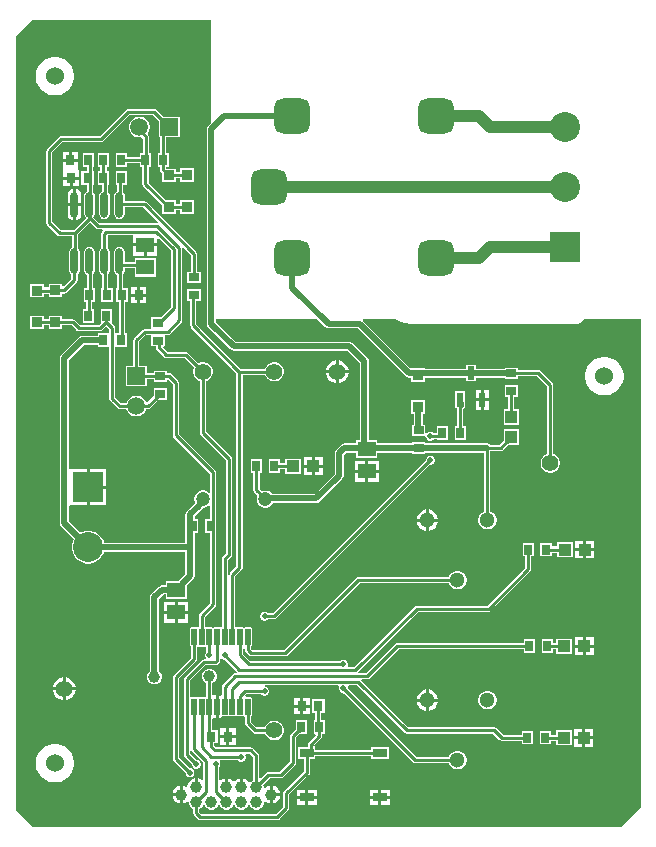
<source format=gtl>
G04*
G04 #@! TF.GenerationSoftware,Altium Limited,Altium Designer,21.6.1 (37)*
G04*
G04 Layer_Physical_Order=1*
G04 Layer_Color=255*
%FSLAX25Y25*%
%MOIN*%
G70*
G04*
G04 #@! TF.SameCoordinates,DB9D7466-3DC1-4D53-AB26-96178D206437*
G04*
G04*
G04 #@! TF.FilePolarity,Positive*
G04*
G01*
G75*
%ADD13C,0.01000*%
%ADD17C,0.02000*%
%ADD44R,0.03543X0.03543*%
%ADD45R,0.03543X0.02756*%
%ADD46R,0.02756X0.03543*%
%ADD47O,0.02362X0.08661*%
G04:AMPARAMS|DCode=48|XSize=17.72mil|YSize=55.12mil|CornerRadius=1.95mil|HoleSize=0mil|Usage=FLASHONLY|Rotation=180.000|XOffset=0mil|YOffset=0mil|HoleType=Round|Shape=RoundedRectangle|*
%AMROUNDEDRECTD48*
21,1,0.01772,0.05122,0,0,180.0*
21,1,0.01382,0.05512,0,0,180.0*
1,1,0.00390,-0.00691,0.02561*
1,1,0.00390,0.00691,0.02561*
1,1,0.00390,0.00691,-0.02561*
1,1,0.00390,-0.00691,-0.02561*
%
%ADD48ROUNDEDRECTD48*%
%ADD49R,0.05906X0.05118*%
%ADD50R,0.03150X0.03543*%
%ADD51C,0.03937*%
%ADD52R,0.04331X0.03937*%
%ADD53R,0.03937X0.04331*%
%ADD54R,0.02362X0.04528*%
%ADD55R,0.04724X0.03000*%
%ADD56C,0.04000*%
%ADD57R,0.05906X0.05906*%
%ADD58C,0.05906*%
%ADD59C,0.05512*%
%ADD60C,0.05118*%
%ADD61C,0.10000*%
%ADD62R,0.10000X0.10000*%
%ADD63C,0.06000*%
G04:AMPARAMS|DCode=64|XSize=118.11mil|YSize=118.11mil|CornerRadius=29.53mil|HoleSize=0mil|Usage=FLASHONLY|Rotation=0.000|XOffset=0mil|YOffset=0mil|HoleType=Round|Shape=RoundedRectangle|*
%AMROUNDEDRECTD64*
21,1,0.11811,0.05906,0,0,0.0*
21,1,0.05906,0.11811,0,0,0.0*
1,1,0.05906,0.02953,-0.02953*
1,1,0.05906,-0.02953,-0.02953*
1,1,0.05906,-0.02953,0.02953*
1,1,0.05906,0.02953,0.02953*
%
%ADD64ROUNDEDRECTD64*%
%ADD65R,0.05906X0.05906*%
%ADD66C,0.01968*%
%ADD67C,0.04724*%
G36*
X186000Y358435D02*
X184919Y357353D01*
X184587Y356857D01*
X184471Y356272D01*
Y291445D01*
X184587Y290860D01*
X184919Y290364D01*
X192364Y282919D01*
X192860Y282587D01*
X193445Y282471D01*
X231307D01*
X235471Y278307D01*
Y252799D01*
X234331D01*
Y251577D01*
X230307D01*
X229722Y251460D01*
X229226Y251129D01*
X227511Y249414D01*
X227180Y248918D01*
X227063Y248333D01*
Y241462D01*
X220411Y234810D01*
X206238D01*
X205757Y235290D01*
X205105Y235667D01*
X204377Y235862D01*
X203623D01*
X202895Y235667D01*
X202819Y235623D01*
X202067Y236375D01*
Y241728D01*
X202925D01*
Y246272D01*
X199169D01*
Y241728D01*
X200028D01*
Y235953D01*
X200105Y235563D01*
X200326Y235232D01*
X201377Y234181D01*
X201333Y234105D01*
X201138Y233377D01*
Y232623D01*
X201333Y231895D01*
X201710Y231243D01*
X202243Y230710D01*
X202895Y230333D01*
X203623Y230138D01*
X204377D01*
X205105Y230333D01*
X205757Y230710D01*
X206290Y231243D01*
X206584Y231751D01*
X221044D01*
X221630Y231867D01*
X222126Y232199D01*
X229674Y239747D01*
X230005Y240243D01*
X230122Y240828D01*
Y247699D01*
X230941Y248518D01*
X234331D01*
Y246681D01*
X241237D01*
Y248518D01*
X252791D01*
Y248169D01*
X257335D01*
Y248518D01*
X276980D01*
Y228894D01*
X276819Y228851D01*
X276122Y228448D01*
X275552Y227878D01*
X275149Y227181D01*
X274941Y226403D01*
Y225597D01*
X275149Y224819D01*
X275552Y224122D01*
X276122Y223552D01*
X276819Y223149D01*
X277597Y222941D01*
X278403D01*
X279181Y223149D01*
X279878Y223552D01*
X280448Y224122D01*
X280851Y224819D01*
X281059Y225597D01*
Y226403D01*
X280851Y227181D01*
X280448Y227878D01*
X279878Y228448D01*
X279181Y228851D01*
X279020Y228894D01*
Y248924D01*
X279081Y248966D01*
X279123Y249028D01*
X282394D01*
X282784Y249105D01*
X283115Y249326D01*
X284777Y250988D01*
X288469D01*
Y256319D01*
X283531D01*
Y252627D01*
X281971Y251067D01*
X279123D01*
X279081Y251129D01*
X278585Y251460D01*
X278000Y251577D01*
X257335D01*
Y251925D01*
X252791D01*
Y251577D01*
X241237D01*
Y252799D01*
X238529D01*
Y278941D01*
X238413Y279526D01*
X238081Y280022D01*
X233022Y285081D01*
X232526Y285413D01*
X231941Y285529D01*
X194078D01*
X187529Y292078D01*
Y293000D01*
X221337D01*
X223974Y290364D01*
X224470Y290032D01*
X225055Y289915D01*
X234772D01*
X250791Y273897D01*
X251287Y273565D01*
X251872Y273449D01*
X252713D01*
Y272033D01*
X257256D01*
Y273443D01*
X270932D01*
Y272209D01*
X274294D01*
Y273443D01*
X283728D01*
Y273075D01*
X288272D01*
Y273933D01*
X294625D01*
X297980Y270578D01*
Y248098D01*
X297743Y248034D01*
X297001Y247605D01*
X296395Y246999D01*
X295966Y246257D01*
X295744Y245429D01*
Y244571D01*
X295966Y243743D01*
X296395Y243001D01*
X297001Y242395D01*
X297743Y241966D01*
X298571Y241744D01*
X299429D01*
X300257Y241966D01*
X300999Y242395D01*
X301605Y243001D01*
X302034Y243743D01*
X302256Y244571D01*
Y245429D01*
X302034Y246257D01*
X301605Y246999D01*
X300999Y247605D01*
X300257Y248034D01*
X300020Y248098D01*
Y271000D01*
X299942Y271390D01*
X299721Y271721D01*
X295768Y275674D01*
X295437Y275895D01*
X295047Y275972D01*
X288272D01*
Y276831D01*
X283728D01*
Y276502D01*
X274294D01*
Y277736D01*
X270932D01*
Y276502D01*
X257256D01*
Y276576D01*
X252713D01*
X252713Y276576D01*
Y276576D01*
X252713Y276576D01*
X252278Y276734D01*
X236513Y292500D01*
X236521Y292612D01*
X236678Y293000D01*
X247220D01*
X248660Y292230D01*
X250543Y291659D01*
X252500Y291466D01*
Y291466D01*
X252584Y291483D01*
X308000D01*
X308963Y291675D01*
X309780Y292220D01*
X310301Y293000D01*
X329235D01*
X329235Y130482D01*
X322518Y123765D01*
X126301D01*
X120765Y129301D01*
X120765Y387219D01*
X126301Y392755D01*
X186000D01*
Y358435D01*
D02*
G37*
%LPC*%
G36*
X134489Y380405D02*
X133227D01*
X131990Y380159D01*
X130824Y379677D01*
X129775Y378976D01*
X128883Y378083D01*
X128182Y377034D01*
X127699Y375868D01*
X127453Y374631D01*
Y373369D01*
X127699Y372132D01*
X128182Y370966D01*
X128883Y369917D01*
X129775Y369024D01*
X130824Y368323D01*
X131990Y367841D01*
X133227Y367595D01*
X134489D01*
X135727Y367841D01*
X136892Y368323D01*
X137942Y369024D01*
X138834Y369917D01*
X139535Y370966D01*
X140018Y372132D01*
X140264Y373369D01*
Y374631D01*
X140018Y375868D01*
X139535Y377034D01*
X138834Y378083D01*
X137942Y378976D01*
X136892Y379677D01*
X135727Y380159D01*
X134489Y380405D01*
D02*
G37*
G36*
X162455Y360453D02*
X161545D01*
X160667Y360217D01*
X159880Y359763D01*
X159237Y359120D01*
X158782Y358333D01*
X158547Y357455D01*
Y356545D01*
X158782Y355667D01*
X159237Y354880D01*
X159880Y354237D01*
X160667Y353783D01*
X161545Y353547D01*
X162455D01*
X162582Y353581D01*
X163064Y353196D01*
Y348272D01*
X162169D01*
Y347020D01*
X157831D01*
Y348272D01*
X154075D01*
Y343728D01*
X157831D01*
Y344980D01*
X162169D01*
Y343728D01*
X163028D01*
Y338045D01*
X163105Y337655D01*
X163326Y337324D01*
X169524Y331127D01*
Y328025D01*
X174067D01*
Y329277D01*
X175554D01*
Y328046D01*
X180098D01*
Y332589D01*
X175554D01*
Y331316D01*
X174067D01*
Y332569D01*
X170966D01*
X165067Y338467D01*
Y343728D01*
X165925D01*
Y348272D01*
X165103D01*
Y353961D01*
X165026Y354352D01*
X164805Y354682D01*
X164685Y354802D01*
X164763Y354880D01*
X165217Y355667D01*
X165453Y356545D01*
Y357455D01*
X165217Y358333D01*
X164763Y359120D01*
X164120Y359763D01*
X163333Y360217D01*
X162455Y360453D01*
D02*
G37*
G36*
X141425Y348772D02*
X139547D01*
Y346500D01*
X141425D01*
Y348772D01*
D02*
G37*
G36*
X138547D02*
X136669D01*
Y346500D01*
X138547D01*
Y348772D01*
D02*
G37*
G36*
X141425Y345500D02*
X139047D01*
X136669D01*
Y343272D01*
X136669Y343228D01*
Y342772D01*
X136669Y342728D01*
Y340500D01*
X139244D01*
X141819D01*
Y342772D01*
X141530D01*
X141425Y343228D01*
X141425Y343272D01*
Y345500D01*
D02*
G37*
G36*
X167000Y363020D02*
X158244D01*
X157854Y362942D01*
X157523Y362721D01*
X148783Y353981D01*
X135820D01*
X135430Y353903D01*
X135099Y353682D01*
X131279Y349863D01*
X131058Y349532D01*
X130980Y349142D01*
Y325121D01*
X131058Y324731D01*
X131279Y324400D01*
X134688Y320992D01*
X135019Y320771D01*
X135409Y320693D01*
X139480D01*
Y316841D01*
X139158Y316625D01*
X138786Y316069D01*
X138656Y315413D01*
Y309114D01*
X138786Y308458D01*
X139158Y307902D01*
X139350Y307774D01*
Y306422D01*
X136787Y303859D01*
X136287Y304066D01*
Y304825D01*
X131744D01*
Y303553D01*
X130256D01*
Y304805D01*
X125713D01*
Y300261D01*
X130256D01*
Y301514D01*
X131744D01*
Y300282D01*
X136287D01*
Y301534D01*
X136923D01*
X137313Y301612D01*
X137644Y301833D01*
X141091Y305279D01*
X141312Y305610D01*
X141389Y306000D01*
Y307774D01*
X141582Y307902D01*
X141953Y308458D01*
X142084Y309114D01*
Y315413D01*
X141953Y316069D01*
X141582Y316625D01*
X141520Y316667D01*
Y321290D01*
X145500Y325271D01*
X147539Y323232D01*
X147870Y323011D01*
X148260Y322933D01*
X149618D01*
X149825Y322433D01*
X149649Y322256D01*
X149428Y321926D01*
X149350Y321536D01*
Y316754D01*
X149158Y316625D01*
X148786Y316069D01*
X148656Y315413D01*
Y309114D01*
X148786Y308458D01*
X149158Y307902D01*
X149480Y307686D01*
Y303272D01*
X149335D01*
Y298728D01*
X153091D01*
Y303272D01*
X151520D01*
Y307861D01*
X151582Y307902D01*
X151953Y308458D01*
X152084Y309114D01*
Y315413D01*
X151953Y316069D01*
X151582Y316625D01*
X151389Y316754D01*
Y321102D01*
X160047D01*
Y318240D01*
X164000D01*
X167953D01*
Y319783D01*
X168415Y319975D01*
X172531Y315858D01*
Y297110D01*
X169057Y293636D01*
X165956D01*
Y289881D01*
X165479Y289825D01*
X163806D01*
X163416Y289748D01*
X163085Y289527D01*
X160279Y286721D01*
X160058Y286390D01*
X159980Y286000D01*
Y277453D01*
X157547D01*
Y270547D01*
X164453D01*
Y272980D01*
X166728D01*
Y272075D01*
X171272D01*
Y272579D01*
X171772Y272786D01*
X173252Y271306D01*
Y254232D01*
X173330Y253842D01*
X173551Y253511D01*
X185595Y241467D01*
Y235353D01*
X185095Y235146D01*
X184903Y235338D01*
X184251Y235714D01*
X183523Y235910D01*
X182769D01*
X182041Y235714D01*
X181388Y235338D01*
X180856Y234805D01*
X180479Y234152D01*
X180284Y233424D01*
Y232670D01*
X180479Y231943D01*
X180559Y231803D01*
X180397Y231559D01*
X180394Y231548D01*
X177807Y228960D01*
X177475Y228464D01*
X177359Y227878D01*
Y218529D01*
X150237D01*
X150078Y219123D01*
X149354Y220377D01*
X148330Y221401D01*
X147076Y222125D01*
X145677Y222500D01*
X144229D01*
X142830Y222125D01*
X142298Y221818D01*
X138529Y225586D01*
Y230815D01*
X138953Y231000D01*
X139029Y231000D01*
X144453D01*
Y237000D01*
Y243000D01*
X139029D01*
X138953Y243000D01*
X138529Y243185D01*
Y279366D01*
X143633Y284471D01*
X148078D01*
Y283728D01*
X151834Y283728D01*
X151980Y283289D01*
Y266500D01*
X152058Y266110D01*
X152279Y265779D01*
X154779Y263279D01*
X155110Y263058D01*
X155500Y262980D01*
X157699D01*
X157782Y262667D01*
X158237Y261880D01*
X158880Y261237D01*
X159667Y260783D01*
X160545Y260547D01*
X161455D01*
X162333Y260783D01*
X163120Y261237D01*
X163763Y261880D01*
X164217Y262667D01*
X164301Y262980D01*
X164953D01*
X165343Y263058D01*
X165674Y263279D01*
X168449Y266055D01*
X168526Y266169D01*
X171272D01*
Y269925D01*
X166728D01*
Y267268D01*
X166716Y267205D01*
X164758Y265247D01*
X164319Y265317D01*
X164188Y265384D01*
X163763Y266120D01*
X163120Y266763D01*
X162333Y267217D01*
X161455Y267453D01*
X160545D01*
X159667Y267217D01*
X158880Y266763D01*
X158237Y266120D01*
X157782Y265333D01*
X157699Y265020D01*
X155922D01*
X154020Y266922D01*
Y283728D01*
X157739D01*
Y288272D01*
X157264D01*
Y298728D01*
X158319D01*
Y303272D01*
X156520D01*
Y307861D01*
X156582Y307902D01*
X156953Y308458D01*
X157084Y309114D01*
Y309980D01*
X160547D01*
Y307201D01*
X167453D01*
Y313319D01*
X160547D01*
Y312020D01*
X157084D01*
Y315413D01*
X156953Y316069D01*
X156582Y316625D01*
X156026Y316997D01*
X155370Y317127D01*
X154714Y316997D01*
X154158Y316625D01*
X153786Y316069D01*
X153656Y315413D01*
Y309114D01*
X153786Y308458D01*
X154158Y307902D01*
X154480Y307686D01*
Y303272D01*
X154169D01*
Y298728D01*
X155225D01*
Y288272D01*
X154020D01*
Y290071D01*
X153942Y290461D01*
X153721Y290792D01*
X153136Y291377D01*
X152831Y291728D01*
X152831D01*
X152831Y291728D01*
Y296272D01*
X149075D01*
Y291728D01*
X149075Y291728D01*
X149075D01*
X148767Y291375D01*
X148483Y291091D01*
X142166D01*
X140612Y292645D01*
X140281Y292866D01*
X139891Y292943D01*
X136287D01*
Y294195D01*
X131744D01*
Y292923D01*
X130256D01*
Y294175D01*
X125713D01*
Y289632D01*
X130256D01*
Y290884D01*
X131744D01*
Y289652D01*
X136287D01*
Y290904D01*
X139469D01*
X141023Y289350D01*
X141353Y289129D01*
X141744Y289051D01*
X148906D01*
X149296Y289129D01*
X149627Y289350D01*
X150953Y290676D01*
X151980Y289649D01*
Y288711D01*
X151834Y288272D01*
X151480Y288272D01*
X148078D01*
Y287529D01*
X143000D01*
X142415Y287413D01*
X141919Y287082D01*
X135919Y281081D01*
X135587Y280585D01*
X135471Y280000D01*
Y224953D01*
X135587Y224367D01*
X135919Y223871D01*
X140135Y219655D01*
X139828Y219123D01*
X139453Y217724D01*
Y216276D01*
X139828Y214877D01*
X140552Y213623D01*
X141576Y212599D01*
X142830Y211875D01*
X144229Y211500D01*
X145677D01*
X147076Y211875D01*
X148330Y212599D01*
X149354Y213623D01*
X150078Y214877D01*
X150237Y215471D01*
X177359D01*
Y207990D01*
X175168Y205799D01*
X170819D01*
Y204267D01*
X169491D01*
X168905Y204150D01*
X168409Y203819D01*
X165919Y201328D01*
X165587Y200832D01*
X165471Y200247D01*
Y175686D01*
X164907Y175123D01*
X164532Y174215D01*
Y173233D01*
X164907Y172326D01*
X165602Y171632D01*
X166509Y171256D01*
X167491D01*
X168398Y171632D01*
X169093Y172326D01*
X169468Y173233D01*
Y174215D01*
X169093Y175123D01*
X168529Y175686D01*
Y199613D01*
X170124Y201208D01*
X170819D01*
Y199681D01*
X177724D01*
Y204030D01*
X179970Y206275D01*
X180301Y206771D01*
X180418Y207357D01*
Y217000D01*
Y221728D01*
X181693D01*
Y226272D01*
X180418D01*
Y227245D01*
X182891Y229718D01*
X183203Y230185D01*
X183523D01*
X184251Y230380D01*
X184903Y230757D01*
X185095Y230948D01*
X185595Y230741D01*
Y226272D01*
X183843D01*
Y221728D01*
X185595D01*
Y198299D01*
X182047Y194751D01*
X181826Y194420D01*
X181748Y194030D01*
Y190452D01*
X181724Y190430D01*
X181286Y190239D01*
X181171Y190282D01*
X180900Y190336D01*
X179518D01*
X179247Y190282D01*
X179017Y190129D01*
X178863Y189899D01*
X178809Y189628D01*
Y184506D01*
X178863Y184235D01*
X179017Y184005D01*
X179189Y183890D01*
Y180084D01*
X173551Y174445D01*
X173330Y174115D01*
X173252Y173724D01*
Y146412D01*
X173330Y146021D01*
X173551Y145691D01*
X177404Y141838D01*
Y141500D01*
X177630Y140954D01*
X178047Y140537D01*
X178593Y140311D01*
X179183D01*
X179729Y140537D01*
X180146Y140954D01*
X180372Y141500D01*
Y142090D01*
X180146Y142636D01*
X179729Y143054D01*
X179183Y143280D01*
X178846D01*
X175291Y146834D01*
Y173302D01*
X180930Y178940D01*
X181151Y179271D01*
X181228Y179661D01*
Y183682D01*
X181253Y183704D01*
X181691Y183895D01*
X181806Y183851D01*
X182077Y183797D01*
X183459D01*
X183730Y183851D01*
X183845Y183895D01*
X184283Y183704D01*
X184307Y183682D01*
Y182017D01*
X184069Y181778D01*
X183843Y181232D01*
Y180642D01*
X184069Y180096D01*
X184083Y180082D01*
X183876Y179582D01*
X183450D01*
X183060Y179504D01*
X182729Y179283D01*
X177097Y173651D01*
X176876Y173320D01*
X176798Y172930D01*
Y147865D01*
X176876Y147475D01*
X177097Y147144D01*
X179516Y144726D01*
Y144388D01*
X179742Y143843D01*
X180159Y143425D01*
X180705Y143199D01*
X181295D01*
X181841Y143425D01*
X182258Y143843D01*
X182484Y144388D01*
Y144979D01*
X182258Y145524D01*
X181841Y145942D01*
X181295Y146168D01*
X180958D01*
X178838Y148288D01*
Y149201D01*
X179338Y149306D01*
X179488Y149081D01*
X183255Y145314D01*
Y139571D01*
X182755Y139414D01*
X182146Y139766D01*
X181500Y139939D01*
Y137000D01*
X180500D01*
Y139939D01*
X179854Y139766D01*
X179177Y139375D01*
X178625Y138823D01*
X178234Y138146D01*
X178032Y137391D01*
Y137332D01*
X177532Y137043D01*
X177146Y137266D01*
X176500Y137439D01*
Y134500D01*
Y131561D01*
X177146Y131734D01*
X177823Y132125D01*
X178032Y132333D01*
X178532Y132126D01*
Y131509D01*
X178907Y130602D01*
X179602Y129907D01*
X179980Y129750D01*
Y128252D01*
X180058Y127862D01*
X180279Y127531D01*
X181531Y126279D01*
X181862Y126058D01*
X182252Y125980D01*
X208000D01*
X208390Y126058D01*
X208721Y126279D01*
X211704Y129262D01*
X211925Y129593D01*
X212003Y129983D01*
Y134561D01*
X218516Y141074D01*
X218737Y141405D01*
X218815Y141795D01*
Y146382D01*
X220657D01*
Y147362D01*
X239342D01*
Y146382D01*
X245067D01*
Y150382D01*
X239342D01*
Y149401D01*
X220657D01*
Y150382D01*
X220471D01*
X220325Y150882D01*
X222674Y153231D01*
X222895Y153562D01*
X222972Y153952D01*
Y154728D01*
X223831D01*
Y159272D01*
X222675D01*
Y161728D01*
X223731D01*
Y166272D01*
X219581D01*
Y161728D01*
X220636D01*
Y159272D01*
X220075D01*
Y154728D01*
X220581D01*
X220787Y154228D01*
X218481Y151922D01*
X218260Y151591D01*
X218182Y151201D01*
Y150382D01*
X214933D01*
Y146382D01*
X216776D01*
Y142218D01*
X210262Y135704D01*
X210041Y135373D01*
X209964Y134983D01*
Y130406D01*
X207578Y128020D01*
X182674D01*
X182020Y128674D01*
Y129750D01*
X182398Y129907D01*
X183093Y130602D01*
X183229Y130932D01*
X183771D01*
X183907Y130602D01*
X184602Y129907D01*
X185509Y129532D01*
X186491D01*
X187398Y129907D01*
X188093Y130602D01*
X188229Y130932D01*
X188771D01*
X188907Y130602D01*
X189602Y129907D01*
X190509Y129532D01*
X191491D01*
X192398Y129907D01*
X193093Y130602D01*
X193229Y130932D01*
X193771D01*
X193907Y130602D01*
X194602Y129907D01*
X195509Y129532D01*
X196491D01*
X197398Y129907D01*
X198093Y130602D01*
X198229Y130932D01*
X198771D01*
X198907Y130602D01*
X199602Y129907D01*
X200509Y129532D01*
X201491D01*
X202398Y129907D01*
X203093Y130602D01*
X203468Y131509D01*
Y132126D01*
X203969Y132333D01*
X204177Y132125D01*
X204854Y131734D01*
X205500Y131561D01*
Y134500D01*
Y137439D01*
X204854Y137266D01*
X204177Y136875D01*
X203969Y136667D01*
X203468Y136874D01*
Y137491D01*
X203312Y137870D01*
X205498Y140056D01*
X209095D01*
X209485Y140134D01*
X209816Y140355D01*
X213846Y144385D01*
X214067Y144716D01*
X214145Y145106D01*
Y153656D01*
X215205Y154716D01*
X215268Y154728D01*
X217925D01*
Y159272D01*
X214169D01*
Y156526D01*
X214055Y156449D01*
X212404Y154799D01*
X212183Y154468D01*
X212106Y154078D01*
Y145528D01*
X208673Y142095D01*
X205048D01*
X204657Y142018D01*
X204327Y141797D01*
X204270Y141712D01*
X202482Y139924D01*
X202020Y140115D01*
Y147389D01*
X201942Y147780D01*
X201721Y148110D01*
X199890Y149941D01*
X199559Y150162D01*
X199169Y150240D01*
X187622D01*
X187040Y150822D01*
Y151579D01*
X188095D01*
Y156122D01*
X186346D01*
Y159852D01*
X186846Y160129D01*
X187195Y160059D01*
X187386D01*
Y163839D01*
Y167618D01*
X187195D01*
X186846Y167549D01*
X186346Y167825D01*
Y171733D01*
X186767Y171907D01*
X187461Y172602D01*
X187837Y173509D01*
Y174491D01*
X187461Y175398D01*
X186767Y176093D01*
X185859Y176469D01*
X184877D01*
X183970Y176093D01*
X183275Y175398D01*
X182900Y174491D01*
Y173509D01*
X183275Y172602D01*
X183970Y171907D01*
X184307Y171768D01*
Y167224D01*
X184283Y167201D01*
X183845Y167010D01*
X183730Y167054D01*
X183459Y167108D01*
X182077D01*
X181806Y167054D01*
X181488Y166934D01*
X181171Y167054D01*
X180900Y167108D01*
X179518D01*
X179338Y167072D01*
X179005Y167248D01*
X178838Y167382D01*
Y172508D01*
X183873Y177543D01*
X187300D01*
X187690Y177620D01*
X188021Y177841D01*
X188607Y178427D01*
X188828Y178758D01*
X188905Y179148D01*
Y179670D01*
X189405Y179877D01*
X189604Y179679D01*
X190150Y179453D01*
X190487D01*
X194420Y175520D01*
X194213Y175020D01*
X194000D01*
X193610Y174942D01*
X193279Y174721D01*
X189814Y171256D01*
X189593Y170925D01*
X189516Y170535D01*
Y167811D01*
X189050Y167530D01*
X189016Y167531D01*
X188577Y167618D01*
X188386D01*
Y163839D01*
Y160059D01*
X188577D01*
X189043Y160152D01*
X189438Y160416D01*
X189566Y160607D01*
X189754Y160569D01*
X191136D01*
X191407Y160623D01*
X191637Y160777D01*
X191812D01*
X192042Y160623D01*
X192313Y160569D01*
X193695D01*
X193966Y160623D01*
X194196Y160777D01*
X194371D01*
X194601Y160623D01*
X194872Y160569D01*
X196254D01*
X196525Y160623D01*
X196610Y160680D01*
X197078Y160476D01*
X197102Y160453D01*
Y158344D01*
X197180Y157954D01*
X197401Y157623D01*
X199865Y155159D01*
X200196Y154938D01*
X200586Y154860D01*
X203914D01*
X203978Y154623D01*
X204406Y153881D01*
X205013Y153275D01*
X205755Y152846D01*
X206583Y152624D01*
X207440D01*
X208268Y152846D01*
X209011Y153275D01*
X209617Y153881D01*
X210046Y154623D01*
X210268Y155451D01*
Y156309D01*
X210046Y157137D01*
X209617Y157879D01*
X209011Y158485D01*
X208268Y158914D01*
X207440Y159136D01*
X206583D01*
X205755Y158914D01*
X205013Y158485D01*
X204406Y157879D01*
X203978Y157137D01*
X203914Y156899D01*
X201009D01*
X199142Y158766D01*
Y160661D01*
X199314Y160777D01*
X199468Y161006D01*
X199522Y161278D01*
Y166400D01*
X199468Y166671D01*
X199314Y166901D01*
X199084Y167054D01*
X198813Y167108D01*
X197473D01*
X197391Y167204D01*
X197237Y167579D01*
X197638Y167980D01*
X202640D01*
X202879Y167742D01*
X203425Y167516D01*
X204015D01*
X204560Y167742D01*
X204978Y168159D01*
X205204Y168705D01*
Y169295D01*
X204978Y169841D01*
X204560Y170258D01*
X204015Y170484D01*
X204024Y170980D01*
X228258D01*
X228592Y170480D01*
X228516Y170295D01*
Y169705D01*
X228742Y169159D01*
X229159Y168742D01*
X229705Y168516D01*
X230042D01*
X253279Y145279D01*
X253610Y145058D01*
X254000Y144980D01*
X265106D01*
X265149Y144819D01*
X265552Y144122D01*
X266122Y143552D01*
X266819Y143149D01*
X267597Y142941D01*
X268403D01*
X269181Y143149D01*
X269878Y143552D01*
X270448Y144122D01*
X270851Y144819D01*
X271059Y145597D01*
Y146403D01*
X270851Y147181D01*
X270448Y147878D01*
X269878Y148448D01*
X269181Y148851D01*
X268403Y149059D01*
X267597D01*
X266819Y148851D01*
X266122Y148448D01*
X265552Y147878D01*
X265149Y147181D01*
X265106Y147020D01*
X254422D01*
X231484Y169958D01*
Y170295D01*
X231407Y170480D01*
X231742Y170980D01*
X234609D01*
X250430Y155159D01*
X250761Y154938D01*
X251151Y154860D01*
X279917D01*
X281998Y152779D01*
X282329Y152558D01*
X282719Y152480D01*
X289488D01*
Y151228D01*
X293244D01*
Y155772D01*
X289488D01*
Y154520D01*
X283141D01*
X281060Y156601D01*
X280729Y156822D01*
X280339Y156899D01*
X251574D01*
X235993Y172480D01*
X236200Y172980D01*
X238000D01*
X238390Y173058D01*
X238721Y173279D01*
X248422Y182980D01*
X290169D01*
Y181728D01*
X293925D01*
Y186272D01*
X290169D01*
Y185020D01*
X248000D01*
X247610Y184942D01*
X247279Y184721D01*
X237578Y175020D01*
X235169D01*
X234962Y175520D01*
X254917Y195475D01*
X278495D01*
X278885Y195553D01*
X279216Y195774D01*
X292368Y208926D01*
X292589Y209257D01*
X292667Y209647D01*
Y213928D01*
X293525D01*
Y218472D01*
X289769D01*
Y213928D01*
X290628D01*
Y210070D01*
X278073Y197515D01*
X254495D01*
X254105Y197437D01*
X253774Y197216D01*
X233578Y177020D01*
X231742D01*
X231407Y177520D01*
X231484Y177705D01*
Y178295D01*
X231258Y178841D01*
X230841Y179258D01*
X230295Y179484D01*
X229705D01*
X229159Y179258D01*
X228921Y179020D01*
X198922D01*
X196583Y181359D01*
Y183142D01*
X196843Y183292D01*
X197102Y183142D01*
Y182705D01*
X197180Y182315D01*
X197401Y181984D01*
X198448Y180937D01*
X198779Y180716D01*
X199169Y180639D01*
X210700D01*
X211090Y180716D01*
X211421Y180937D01*
X235464Y204980D01*
X265106D01*
X265149Y204819D01*
X265552Y204122D01*
X266122Y203552D01*
X266819Y203149D01*
X267597Y202941D01*
X268403D01*
X269181Y203149D01*
X269878Y203552D01*
X270448Y204122D01*
X270851Y204819D01*
X271059Y205597D01*
Y206403D01*
X270851Y207181D01*
X270448Y207878D01*
X269878Y208448D01*
X269181Y208851D01*
X268403Y209059D01*
X267597D01*
X266819Y208851D01*
X266122Y208448D01*
X265552Y207878D01*
X265149Y207181D01*
X265106Y207020D01*
X235041D01*
X234651Y206942D01*
X234320Y206721D01*
X210277Y182678D01*
X199592D01*
X199142Y183128D01*
Y183890D01*
X199314Y184005D01*
X199468Y184235D01*
X199522Y184506D01*
Y189628D01*
X199468Y189899D01*
X199314Y190129D01*
X199084Y190282D01*
X198813Y190336D01*
X197431D01*
X197160Y190282D01*
X196843Y190162D01*
X196525Y190282D01*
X196254Y190336D01*
X194872D01*
X194601Y190282D01*
X194486Y190239D01*
X194048Y190430D01*
X194024Y190452D01*
Y207331D01*
X196103Y209410D01*
X196324Y209741D01*
X196402Y210131D01*
Y274480D01*
X203914D01*
X203978Y274243D01*
X204406Y273501D01*
X205013Y272895D01*
X205755Y272466D01*
X206583Y272244D01*
X207440D01*
X208268Y272466D01*
X209011Y272895D01*
X209617Y273501D01*
X210046Y274243D01*
X210268Y275071D01*
Y275929D01*
X210046Y276757D01*
X209617Y277499D01*
X209011Y278105D01*
X208268Y278534D01*
X207440Y278756D01*
X206583D01*
X205755Y278534D01*
X205013Y278105D01*
X204406Y277499D01*
X203978Y276757D01*
X203914Y276520D01*
X195804D01*
X181020Y291304D01*
Y299169D01*
X182584D01*
Y302925D01*
X178040D01*
Y299169D01*
X178980D01*
Y290882D01*
X179058Y290492D01*
X179279Y290161D01*
X194362Y275078D01*
Y210553D01*
X192283Y208474D01*
X192062Y208143D01*
X191984Y207753D01*
Y190992D01*
X191724Y190842D01*
X191464Y190992D01*
Y212733D01*
X192721Y213990D01*
X192942Y214320D01*
X193020Y214711D01*
Y246305D01*
X192942Y246695D01*
X192721Y247026D01*
X184165Y255581D01*
Y272402D01*
X184403Y272466D01*
X185145Y272895D01*
X185751Y273501D01*
X186180Y274243D01*
X186402Y275071D01*
Y275929D01*
X186180Y276757D01*
X185751Y277499D01*
X185145Y278105D01*
X184403Y278534D01*
X183574Y278756D01*
X182717D01*
X181889Y278534D01*
X181676Y278411D01*
X178367Y281721D01*
X178036Y281942D01*
X177646Y282020D01*
X171412D01*
X169918Y283513D01*
X170109Y283975D01*
X170499D01*
Y287731D01*
X170976Y287786D01*
X171543D01*
X171933Y287864D01*
X172264Y288085D01*
X176005Y291826D01*
X176226Y292156D01*
X176304Y292547D01*
Y316547D01*
X176597Y316726D01*
X176794Y316764D01*
X179292Y314266D01*
Y308831D01*
X178040D01*
Y305075D01*
X182584D01*
Y308831D01*
X181332D01*
Y314688D01*
X181254Y315078D01*
X181033Y315409D01*
X164469Y331973D01*
X164138Y332194D01*
X163748Y332272D01*
X157084D01*
Y334311D01*
X156953Y334967D01*
X156582Y335523D01*
X156520Y335564D01*
Y337728D01*
X157831D01*
Y342272D01*
X154075D01*
Y337728D01*
X154480D01*
Y335739D01*
X154158Y335523D01*
X153786Y334967D01*
X153656Y334311D01*
Y328012D01*
X153786Y327356D01*
X154158Y326800D01*
X154714Y326428D01*
X155370Y326298D01*
X156026Y326428D01*
X156582Y326800D01*
X156953Y327356D01*
X157084Y328012D01*
Y330232D01*
X163326D01*
X168096Y325462D01*
X168057Y325265D01*
X167879Y324972D01*
X148682D01*
X146691Y326963D01*
X146953Y327356D01*
X147084Y328012D01*
Y334311D01*
X146953Y334967D01*
X146582Y335523D01*
X146520Y335564D01*
Y337728D01*
X146831D01*
Y342272D01*
X146520D01*
Y343728D01*
X146831D01*
Y348272D01*
X143075D01*
Y343728D01*
X144480D01*
Y342272D01*
X142681D01*
Y337728D01*
X144480D01*
Y335739D01*
X144158Y335523D01*
X143786Y334967D01*
X143656Y334311D01*
Y328012D01*
X143786Y327356D01*
X144153Y326807D01*
X140078Y322732D01*
X135831D01*
X133020Y325544D01*
Y348719D01*
X136242Y351942D01*
X149206D01*
X149596Y352020D01*
X149926Y352240D01*
X158666Y360980D01*
X166578D01*
X168547Y359011D01*
Y353547D01*
X168970D01*
Y348272D01*
X168075D01*
Y343728D01*
X168933D01*
Y342769D01*
X169011Y342379D01*
X169232Y342048D01*
X169524Y341757D01*
Y338655D01*
X174067D01*
Y339907D01*
X175554D01*
Y338676D01*
X180098D01*
Y343219D01*
X175554D01*
Y341946D01*
X174067D01*
Y343198D01*
X170972D01*
Y343728D01*
X171831D01*
Y348272D01*
X171009D01*
Y353547D01*
X175453D01*
Y360453D01*
X169989D01*
X167721Y362721D01*
X167390Y362942D01*
X167000Y363020D01*
D02*
G37*
G36*
X141819Y339500D02*
X139744D01*
Y337228D01*
X141819D01*
Y339500D01*
D02*
G37*
G36*
X138744D02*
X136669D01*
Y337228D01*
X138744D01*
Y339500D01*
D02*
G37*
G36*
X140870Y336435D02*
Y331661D01*
X142594D01*
Y334311D01*
X142424Y335162D01*
X141942Y335883D01*
X141221Y336366D01*
X140870Y336435D01*
D02*
G37*
G36*
X139870D02*
X139519Y336366D01*
X138797Y335883D01*
X138315Y335162D01*
X138146Y334311D01*
Y331661D01*
X139870D01*
Y336435D01*
D02*
G37*
G36*
X151925Y348272D02*
X148169D01*
Y343728D01*
X149028D01*
Y342272D01*
X148169D01*
Y337728D01*
X149480D01*
Y335739D01*
X149158Y335523D01*
X148786Y334967D01*
X148656Y334311D01*
Y328012D01*
X148786Y327356D01*
X149158Y326800D01*
X149714Y326428D01*
X150370Y326298D01*
X151026Y326428D01*
X151582Y326800D01*
X151953Y327356D01*
X152084Y328012D01*
Y334311D01*
X151953Y334967D01*
X151582Y335523D01*
X151520Y335564D01*
Y337728D01*
X151925D01*
Y342272D01*
X151067D01*
Y343728D01*
X151925D01*
Y348272D01*
D02*
G37*
G36*
X142594Y330661D02*
X140870D01*
Y325887D01*
X141221Y325957D01*
X141942Y326439D01*
X142424Y327161D01*
X142594Y328012D01*
Y330661D01*
D02*
G37*
G36*
X139870D02*
X138146D01*
Y328012D01*
X138315Y327161D01*
X138797Y326439D01*
X139519Y325957D01*
X139870Y325887D01*
Y330661D01*
D02*
G37*
G36*
X167953Y317240D02*
X164500D01*
Y314181D01*
X167953D01*
Y317240D01*
D02*
G37*
G36*
X163500D02*
X160047D01*
Y314181D01*
X163500D01*
Y317240D01*
D02*
G37*
G36*
X164331Y303772D02*
X162256D01*
Y301500D01*
X164331D01*
Y303772D01*
D02*
G37*
G36*
X161256D02*
X159181D01*
Y301500D01*
X161256D01*
Y303772D01*
D02*
G37*
G36*
X164331Y300500D02*
X162256D01*
Y298228D01*
X164331D01*
Y300500D01*
D02*
G37*
G36*
X161256D02*
X159181D01*
Y298228D01*
X161256D01*
Y300500D01*
D02*
G37*
G36*
X145370Y317127D02*
X144714Y316997D01*
X144158Y316625D01*
X143786Y316069D01*
X143656Y315413D01*
Y309114D01*
X143786Y308458D01*
X144158Y307902D01*
X144480Y307686D01*
Y303272D01*
X143429D01*
Y298728D01*
X144288D01*
Y296272D01*
X143169D01*
Y291728D01*
X146925D01*
Y296272D01*
X146327D01*
Y298728D01*
X147185D01*
Y303272D01*
X146520D01*
Y307861D01*
X146582Y307902D01*
X146953Y308458D01*
X147084Y309114D01*
Y315413D01*
X146953Y316069D01*
X146582Y316625D01*
X146026Y316997D01*
X145370Y317127D01*
D02*
G37*
G36*
X228500Y279254D02*
Y276000D01*
X231754D01*
X231500Y276950D01*
X231006Y277806D01*
X230306Y278505D01*
X229450Y279000D01*
X228500Y279254D01*
D02*
G37*
G36*
X227500D02*
X226550Y279000D01*
X225694Y278505D01*
X224994Y277806D01*
X224500Y276950D01*
X224246Y276000D01*
X227500D01*
Y279254D01*
D02*
G37*
G36*
X231754Y275000D02*
X228500D01*
Y271746D01*
X229450Y272000D01*
X230306Y272495D01*
X231006Y273194D01*
X231500Y274050D01*
X231754Y275000D01*
D02*
G37*
G36*
X227500D02*
X224246D01*
X224500Y274050D01*
X224994Y273194D01*
X225694Y272495D01*
X226550Y272000D01*
X227500Y271746D01*
Y275000D01*
D02*
G37*
G36*
X317631Y280405D02*
X316369D01*
X315132Y280159D01*
X313966Y279677D01*
X312917Y278976D01*
X312024Y278083D01*
X311323Y277034D01*
X310841Y275868D01*
X310595Y274631D01*
Y273369D01*
X310841Y272132D01*
X311323Y270966D01*
X312024Y269917D01*
X312917Y269024D01*
X313966Y268323D01*
X315132Y267841D01*
X316369Y267595D01*
X317631D01*
X318868Y267841D01*
X320034Y268323D01*
X321083Y269024D01*
X321975Y269917D01*
X322676Y270966D01*
X323159Y272132D01*
X323406Y273369D01*
Y274631D01*
X323159Y275868D01*
X322676Y277034D01*
X321975Y278083D01*
X321083Y278976D01*
X320034Y279677D01*
X318868Y280159D01*
X317631Y280405D01*
D02*
G37*
G36*
X278534Y269378D02*
X276853D01*
Y266614D01*
X278534D01*
Y269378D01*
D02*
G37*
G36*
X275853D02*
X274172D01*
Y266614D01*
X275853D01*
Y269378D01*
D02*
G37*
G36*
X278534Y265614D02*
X276853D01*
Y262850D01*
X278534D01*
Y265614D01*
D02*
G37*
G36*
X275853D02*
X274172D01*
Y262850D01*
X275853D01*
Y265614D01*
D02*
G37*
G36*
X288272Y270925D02*
X283728D01*
Y267169D01*
X284980D01*
Y263012D01*
X283531D01*
Y257681D01*
X288469D01*
Y263012D01*
X287020D01*
Y267169D01*
X288272D01*
Y270925D01*
D02*
G37*
G36*
X270553Y268878D02*
X267191D01*
Y263350D01*
X267853D01*
Y257272D01*
X267075D01*
Y252728D01*
X270831D01*
Y257272D01*
X269892D01*
Y263107D01*
X269944Y263117D01*
X270274Y263338D01*
X270283Y263350D01*
X270553D01*
Y263961D01*
X270573Y264059D01*
Y265433D01*
X270553Y265532D01*
Y268878D01*
D02*
G37*
G36*
X257256Y265947D02*
X252713D01*
Y261403D01*
X253471D01*
Y257831D01*
X252791D01*
Y254075D01*
X257232Y254075D01*
X257507Y253716D01*
X257535Y253658D01*
X257742Y253159D01*
X258159Y252742D01*
X258705Y252516D01*
X259295D01*
X259841Y252742D01*
X260080Y252980D01*
X261169D01*
Y252728D01*
X264925D01*
Y257272D01*
X261169D01*
Y255020D01*
X260080D01*
X259841Y255258D01*
X259295Y255484D01*
X258705D01*
X258159Y255258D01*
X257835Y254934D01*
X257399Y255048D01*
X257335Y255087D01*
Y257831D01*
X256529D01*
Y261403D01*
X257256D01*
Y265947D01*
D02*
G37*
G36*
X215972Y246468D02*
X210642D01*
Y245020D01*
X208831D01*
Y246272D01*
X205075D01*
Y241728D01*
X208831D01*
Y242980D01*
X210642D01*
Y241531D01*
X215972D01*
Y246468D01*
D02*
G37*
G36*
X223165Y246969D02*
X220500D01*
Y244500D01*
X223165D01*
Y246969D01*
D02*
G37*
G36*
X219500D02*
X216835D01*
Y244500D01*
X219500D01*
Y246969D01*
D02*
G37*
G36*
X241737Y245819D02*
X238284D01*
Y242760D01*
X241737D01*
Y245819D01*
D02*
G37*
G36*
X237284D02*
X233832D01*
Y242760D01*
X237284D01*
Y245819D01*
D02*
G37*
G36*
X223165Y243500D02*
X220500D01*
Y241032D01*
X223165D01*
Y243500D01*
D02*
G37*
G36*
X219500D02*
X216835D01*
Y241032D01*
X219500D01*
Y243500D01*
D02*
G37*
G36*
X241737Y241760D02*
X238284D01*
Y238701D01*
X241737D01*
Y241760D01*
D02*
G37*
G36*
X237284D02*
X233832D01*
Y238701D01*
X237284D01*
Y241760D01*
D02*
G37*
G36*
X145453Y243000D02*
Y237500D01*
X150953D01*
Y243000D01*
X145453D01*
D02*
G37*
G36*
X150953Y236500D02*
X145453D01*
Y231000D01*
X150953D01*
Y236500D01*
D02*
G37*
G36*
X258500Y229551D02*
Y226500D01*
X261551D01*
X261316Y227374D01*
X260848Y228185D01*
X260185Y228848D01*
X259374Y229316D01*
X258500Y229551D01*
D02*
G37*
G36*
X257500D02*
X256626Y229316D01*
X255815Y228848D01*
X255152Y228185D01*
X254683Y227374D01*
X254449Y226500D01*
X257500D01*
Y229551D01*
D02*
G37*
G36*
X261551Y225500D02*
X258500D01*
Y222449D01*
X259374Y222684D01*
X260185Y223152D01*
X260848Y223815D01*
X261316Y224626D01*
X261551Y225500D01*
D02*
G37*
G36*
X257500D02*
X254449D01*
X254683Y224626D01*
X255152Y223815D01*
X255815Y223152D01*
X256626Y222684D01*
X257500Y222449D01*
Y225500D01*
D02*
G37*
G36*
X306419Y218669D02*
X301088D01*
Y217220D01*
X299431D01*
Y218472D01*
X295675D01*
Y213928D01*
X299431D01*
Y215180D01*
X301088D01*
Y213732D01*
X306419D01*
Y218669D01*
D02*
G37*
G36*
X313612Y219168D02*
X310946D01*
Y216700D01*
X313612D01*
Y219168D01*
D02*
G37*
G36*
X309946D02*
X307281D01*
Y216700D01*
X309946D01*
Y219168D01*
D02*
G37*
G36*
X313612Y215700D02*
X310946D01*
Y213231D01*
X313612D01*
Y215700D01*
D02*
G37*
G36*
X309946D02*
X307281D01*
Y213231D01*
X309946D01*
Y215700D01*
D02*
G37*
G36*
X178224Y198819D02*
X174772D01*
Y195760D01*
X178224D01*
Y198819D01*
D02*
G37*
G36*
X173772D02*
X170319D01*
Y195760D01*
X173772D01*
Y198819D01*
D02*
G37*
G36*
X259295Y247484D02*
X258705D01*
X258159Y247258D01*
X257742Y246841D01*
X257516Y246295D01*
Y245958D01*
X206536Y194978D01*
X204799D01*
X204560Y195217D01*
X204015Y195443D01*
X203425D01*
X202879Y195217D01*
X202462Y194799D01*
X202236Y194254D01*
Y193663D01*
X202462Y193118D01*
X202879Y192700D01*
X203425Y192474D01*
X204015D01*
X204560Y192700D01*
X204799Y192939D01*
X206959D01*
X207349Y193017D01*
X207680Y193238D01*
X258958Y244516D01*
X259295D01*
X259841Y244742D01*
X260258Y245159D01*
X260484Y245705D01*
Y246295D01*
X260258Y246841D01*
X259841Y247258D01*
X259295Y247484D01*
D02*
G37*
G36*
X178224Y194760D02*
X174772D01*
Y191701D01*
X178224D01*
Y194760D01*
D02*
G37*
G36*
X173772D02*
X170319D01*
Y191701D01*
X173772D01*
Y194760D01*
D02*
G37*
G36*
X306319Y186469D02*
X300988D01*
Y185020D01*
X299831D01*
Y186272D01*
X296075D01*
Y181728D01*
X299831D01*
Y182980D01*
X300988D01*
Y181532D01*
X306319D01*
Y186469D01*
D02*
G37*
G36*
X313512Y186969D02*
X310846D01*
Y184500D01*
X313512D01*
Y186969D01*
D02*
G37*
G36*
X309846D02*
X307181D01*
Y184500D01*
X309846D01*
Y186969D01*
D02*
G37*
G36*
X313512Y183500D02*
X310846D01*
Y181032D01*
X313512D01*
Y183500D01*
D02*
G37*
G36*
X309846D02*
X307181D01*
Y181032D01*
X309846D01*
Y183500D01*
D02*
G37*
G36*
X137500Y173586D02*
Y170332D01*
X140754D01*
X140500Y171281D01*
X140006Y172138D01*
X139306Y172837D01*
X138450Y173331D01*
X137500Y173586D01*
D02*
G37*
G36*
X136500D02*
X135550Y173331D01*
X134694Y172837D01*
X133994Y172138D01*
X133500Y171281D01*
X133246Y170332D01*
X136500D01*
Y173586D01*
D02*
G37*
G36*
X258500Y169551D02*
Y166500D01*
X261551D01*
X261316Y167374D01*
X260848Y168185D01*
X260185Y168848D01*
X259374Y169316D01*
X258500Y169551D01*
D02*
G37*
G36*
X257500D02*
X256626Y169316D01*
X255815Y168848D01*
X255152Y168185D01*
X254683Y167374D01*
X254449Y166500D01*
X257500D01*
Y169551D01*
D02*
G37*
G36*
X140754Y169332D02*
X137500D01*
Y166077D01*
X138450Y166332D01*
X139306Y166826D01*
X140006Y167525D01*
X140500Y168382D01*
X140754Y169332D01*
D02*
G37*
G36*
X136500D02*
X133246D01*
X133500Y168382D01*
X133994Y167525D01*
X134694Y166826D01*
X135550Y166332D01*
X136500Y166077D01*
Y169332D01*
D02*
G37*
G36*
X218719Y166772D02*
X216644D01*
Y164500D01*
X218719D01*
Y166772D01*
D02*
G37*
G36*
X215644D02*
X213569D01*
Y164500D01*
X215644D01*
Y166772D01*
D02*
G37*
G36*
X278403Y169059D02*
X277597D01*
X276819Y168851D01*
X276122Y168448D01*
X275552Y167878D01*
X275149Y167181D01*
X274941Y166403D01*
Y165597D01*
X275149Y164819D01*
X275552Y164122D01*
X276122Y163552D01*
X276819Y163149D01*
X277597Y162941D01*
X278403D01*
X279181Y163149D01*
X279878Y163552D01*
X280448Y164122D01*
X280851Y164819D01*
X281059Y165597D01*
Y166403D01*
X280851Y167181D01*
X280448Y167878D01*
X279878Y168448D01*
X279181Y168851D01*
X278403Y169059D01*
D02*
G37*
G36*
X261551Y165500D02*
X258500D01*
Y162449D01*
X259374Y162683D01*
X260185Y163152D01*
X260848Y163815D01*
X261316Y164626D01*
X261551Y165500D01*
D02*
G37*
G36*
X257500D02*
X254449D01*
X254683Y164626D01*
X255152Y163815D01*
X255815Y163152D01*
X256626Y162683D01*
X257500Y162449D01*
Y165500D01*
D02*
G37*
G36*
X218719Y163500D02*
X216644D01*
Y161228D01*
X218719D01*
Y163500D01*
D02*
G37*
G36*
X215644D02*
X213569D01*
Y161228D01*
X215644D01*
Y163500D01*
D02*
G37*
G36*
X306138Y155968D02*
X300807D01*
Y154520D01*
X299150D01*
Y155772D01*
X295394D01*
Y151228D01*
X299150D01*
Y152480D01*
X300807D01*
Y151031D01*
X306138D01*
Y155968D01*
D02*
G37*
G36*
X194107Y156622D02*
X192032D01*
Y154350D01*
X194107D01*
Y156622D01*
D02*
G37*
G36*
X191032D02*
X188958D01*
Y154350D01*
X191032D01*
Y156622D01*
D02*
G37*
G36*
X313331Y156468D02*
X310665D01*
Y154000D01*
X313331D01*
Y156468D01*
D02*
G37*
G36*
X309665D02*
X307000D01*
Y154000D01*
X309665D01*
Y156468D01*
D02*
G37*
G36*
X194107Y153350D02*
X192032D01*
Y151079D01*
X194107D01*
Y153350D01*
D02*
G37*
G36*
X191032D02*
X188958D01*
Y151079D01*
X191032D01*
Y153350D01*
D02*
G37*
G36*
X313331Y153000D02*
X310665D01*
Y150531D01*
X313331D01*
Y153000D01*
D02*
G37*
G36*
X309665D02*
X307000D01*
Y150531D01*
X309665D01*
Y153000D01*
D02*
G37*
G36*
X134489Y151406D02*
X133227D01*
X131990Y151159D01*
X130824Y150677D01*
X129775Y149976D01*
X128883Y149083D01*
X128182Y148034D01*
X127699Y146868D01*
X127453Y145631D01*
Y144369D01*
X127699Y143132D01*
X128182Y141966D01*
X128883Y140917D01*
X129775Y140024D01*
X130824Y139323D01*
X131990Y138841D01*
X133227Y138594D01*
X134489D01*
X135727Y138841D01*
X136892Y139323D01*
X137942Y140024D01*
X138834Y140917D01*
X139535Y141966D01*
X140018Y143132D01*
X140264Y144369D01*
Y145631D01*
X140018Y146868D01*
X139535Y148034D01*
X138834Y149083D01*
X137942Y149976D01*
X136892Y150677D01*
X135727Y151159D01*
X134489Y151406D01*
D02*
G37*
G36*
X206500Y137439D02*
Y135000D01*
X208939D01*
X208766Y135646D01*
X208375Y136323D01*
X207823Y136875D01*
X207146Y137266D01*
X206500Y137439D01*
D02*
G37*
G36*
X175500D02*
X174854Y137266D01*
X174177Y136875D01*
X173625Y136323D01*
X173234Y135646D01*
X173061Y135000D01*
X175500D01*
Y137439D01*
D02*
G37*
G36*
X245567Y136118D02*
X242705D01*
Y134118D01*
X245567D01*
Y136118D01*
D02*
G37*
G36*
X241705D02*
X238843D01*
Y134118D01*
X241705D01*
Y136118D01*
D02*
G37*
G36*
X221158D02*
X218295D01*
Y134118D01*
X221158D01*
Y136118D01*
D02*
G37*
G36*
X217295D02*
X214433D01*
Y134118D01*
X217295D01*
Y136118D01*
D02*
G37*
G36*
X208939Y134000D02*
X206500D01*
Y131561D01*
X207146Y131734D01*
X207823Y132125D01*
X208375Y132677D01*
X208766Y133354D01*
X208939Y134000D01*
D02*
G37*
G36*
X175500D02*
X173061D01*
X173234Y133354D01*
X173625Y132677D01*
X174177Y132125D01*
X174854Y131734D01*
X175500Y131561D01*
Y134000D01*
D02*
G37*
G36*
X245567Y133118D02*
X242705D01*
Y131118D01*
X245567D01*
Y133118D01*
D02*
G37*
G36*
X241705D02*
X238843D01*
Y131118D01*
X241705D01*
Y133118D01*
D02*
G37*
G36*
X221158D02*
X218295D01*
Y131118D01*
X221158D01*
Y133118D01*
D02*
G37*
G36*
X217295D02*
X214433D01*
Y131118D01*
X217295D01*
Y133118D01*
D02*
G37*
%LPD*%
G36*
X165956Y287731D02*
Y283975D01*
X167409D01*
Y283561D01*
X167486Y283171D01*
X167707Y282840D01*
X170268Y280279D01*
X170599Y280058D01*
X170989Y279980D01*
X177224D01*
X180235Y276969D01*
X180112Y276757D01*
X179890Y275929D01*
Y275071D01*
X180112Y274243D01*
X180540Y273501D01*
X181147Y272895D01*
X181889Y272466D01*
X182126Y272402D01*
Y255159D01*
X182204Y254769D01*
X182425Y254438D01*
X190980Y245882D01*
Y215133D01*
X189724Y213877D01*
X189503Y213546D01*
X189425Y213156D01*
Y190452D01*
X189401Y190430D01*
X188963Y190239D01*
X188848Y190282D01*
X188577Y190336D01*
X187195D01*
X186924Y190282D01*
X186606Y190162D01*
X186289Y190282D01*
X186018Y190336D01*
X184636D01*
X184365Y190282D01*
X184250Y190239D01*
X183812Y190430D01*
X183787Y190452D01*
Y193607D01*
X187335Y197155D01*
X187556Y197486D01*
X187634Y197876D01*
Y241890D01*
X187556Y242280D01*
X187335Y242611D01*
X175291Y254655D01*
Y271728D01*
X175214Y272118D01*
X174993Y272449D01*
X172721Y274721D01*
X172390Y274942D01*
X172000Y275020D01*
X171272D01*
Y275831D01*
X166728D01*
Y275020D01*
X164453D01*
Y277453D01*
X162020D01*
Y285578D01*
X164228Y287786D01*
X165479D01*
X165956Y287731D01*
D02*
G37*
G36*
X199980Y146967D02*
Y139250D01*
X199602Y139093D01*
X199091Y138582D01*
X198520Y138612D01*
X198486Y138631D01*
X198375Y138823D01*
X197823Y139375D01*
X197146Y139766D01*
X196500Y139939D01*
Y137000D01*
X195500D01*
Y139939D01*
X194854Y139766D01*
X194177Y139375D01*
X193833Y139031D01*
X193500Y138879D01*
X193167Y139031D01*
X192823Y139375D01*
X192146Y139766D01*
X191500Y139939D01*
Y137000D01*
X190500D01*
Y139939D01*
X189854Y139766D01*
X189177Y139375D01*
X189020Y139218D01*
X188520Y139425D01*
Y143604D01*
X188758Y143843D01*
X188984Y144388D01*
Y144979D01*
X188776Y145480D01*
X188855Y145700D01*
X189009Y145980D01*
X194921D01*
X195159Y145742D01*
X195705Y145516D01*
X196295D01*
X196841Y145742D01*
X197258Y146159D01*
X197484Y146705D01*
Y147295D01*
X197316Y147701D01*
X197552Y148201D01*
X198747D01*
X199980Y146967D01*
D02*
G37*
D13*
X135820Y352961D02*
X149206D01*
X158244Y362000D01*
X167000D01*
X145500Y331161D02*
Y340000D01*
Y326713D02*
Y331161D01*
X161000Y274000D02*
X169000D01*
X145500Y340000D02*
Y345165D01*
X169000Y274000D02*
X172000D01*
X167000Y362000D02*
X172000Y357000D01*
X169989Y347047D02*
Y354989D01*
X171500Y356500D02*
X172000Y357000D01*
X169989Y354989D02*
X171500Y356500D01*
X164084Y346878D02*
Y353961D01*
X162000Y356045D02*
Y357000D01*
Y356045D02*
X164084Y353961D01*
X186614Y197876D02*
Y241890D01*
X163748Y331252D02*
X180312Y314688D01*
Y306953D02*
Y314688D01*
X145500Y326713D02*
X148260Y323953D01*
X168000D02*
X175284Y316669D01*
X148260Y323953D02*
X168000D01*
X175284Y292547D02*
Y316669D01*
X150370Y312264D02*
Y312748D01*
X150955Y322121D02*
X167710D01*
X173551Y296688D02*
Y316281D01*
X150370Y321536D02*
X150955Y322121D01*
X167710D02*
X173551Y316281D01*
X150370Y312748D02*
Y321536D01*
X134015Y302554D02*
X136923D01*
X140370Y306000D01*
X127985Y302533D02*
X133995D01*
X127985Y291903D02*
X133995D01*
X139891Y291924D02*
X141744Y290071D01*
X134015Y291924D02*
X139891D01*
X148906Y290071D02*
X150953Y292118D01*
X141744Y290071D02*
X148906D01*
X171795Y330297D02*
X177805D01*
X177826Y330317D01*
X171795Y340927D02*
X177805D01*
X177826Y340947D01*
X169953Y342769D02*
X171795Y340927D01*
X169953Y342769D02*
Y346000D01*
X164047Y338045D02*
X171795Y330297D01*
X164047Y338045D02*
Y346000D01*
X155500Y331252D02*
X163748D01*
X180000Y290882D02*
Y301000D01*
X155500Y302000D02*
Y311629D01*
X156129Y311000D01*
X155500Y311629D02*
Y312748D01*
X156129Y311000D02*
X163475D01*
X140370Y312264D02*
Y312618D01*
Y306000D02*
Y312264D01*
Y312618D02*
X140500Y312748D01*
X183146Y255159D02*
X192000Y246305D01*
X182768Y194030D02*
X186614Y197876D01*
X190445Y187067D02*
Y213156D01*
X192000Y214711D02*
Y246305D01*
X190445Y213156D02*
X192000Y214711D01*
X174272Y254232D02*
X186614Y241890D01*
X180000Y290882D02*
X195382Y275500D01*
X193004Y207753D02*
X195382Y210131D01*
Y275500D01*
X207012D01*
X193004Y187067D02*
Y207753D01*
X182768Y187067D02*
Y194030D01*
X299000Y245000D02*
Y271000D01*
X295047Y274953D02*
X299000Y271000D01*
X286000Y274953D02*
X295047D01*
X155861Y286000D02*
X156244Y286383D01*
X172000Y274000D02*
X174272Y271728D01*
Y254232D02*
Y271728D01*
X153000Y266500D02*
Y290071D01*
X150953Y292118D02*
X153000Y290071D01*
X150953Y292118D02*
Y295000D01*
X145307Y294965D02*
Y302000D01*
X132000Y349142D02*
X135820Y352961D01*
X132000Y325121D02*
Y349142D01*
X155953Y346000D02*
X164047D01*
X150500Y331252D02*
Y340000D01*
X150047D02*
Y347000D01*
X164953Y264000D02*
X167728Y266776D01*
Y267169D01*
X168606Y268047D02*
X169000D01*
X161000Y264000D02*
X164953D01*
X167728Y267169D02*
X168606Y268047D01*
X286000Y260347D02*
Y269047D01*
X195382Y176000D02*
X234000D01*
X254495Y196495D01*
X278495D01*
X206959Y193959D02*
X259000Y246000D01*
X203720Y193959D02*
X206959D01*
X170989Y281000D02*
X177646D01*
X168428Y283561D02*
X170989Y281000D01*
X177646D02*
X183146Y275500D01*
X168228Y285853D02*
X168428Y285652D01*
Y283561D02*
Y285652D01*
X161000Y274000D02*
Y286000D01*
X163806Y288806D01*
X145047Y302000D02*
X145500Y302453D01*
Y312748D01*
X132000Y325121D02*
X135409Y321713D01*
X140500D01*
Y312748D02*
Y321713D01*
X163806Y288806D02*
X171543D01*
X200586Y155880D02*
X207012D01*
X198122Y158344D02*
Y163839D01*
Y158344D02*
X200586Y155880D01*
X177818Y147865D02*
Y172930D01*
X183450Y178562D02*
X187300D01*
X177818Y172930D02*
X183450Y178562D01*
X187886Y179148D02*
Y187067D01*
X187300Y178562D02*
X187886Y179148D01*
X190445Y180937D02*
X195382Y176000D01*
X185327Y180937D02*
Y187067D01*
X190445Y163839D02*
X190535Y163929D01*
Y170535D01*
X193004Y163839D02*
Y169832D01*
X195173Y172000D01*
X194000Y174000D02*
X238000D01*
X190535Y170535D02*
X194000Y174000D01*
X197216Y169000D02*
X203720D01*
X282719Y153500D02*
X291366D01*
X280339Y155880D02*
X282719Y153500D01*
X251151Y155880D02*
X280339D01*
X235031Y172000D02*
X251151Y155880D01*
X195173Y172000D02*
X235031D01*
X185327Y187067D02*
X185368Y187108D01*
X195633Y167417D02*
X197216Y169000D01*
X195633Y163909D02*
Y167417D01*
X195563Y163839D02*
X195633Y163909D01*
X203720Y233280D02*
X204000Y233000D01*
X201047Y235953D02*
X203720Y233280D01*
X201047Y235953D02*
Y244000D01*
X206953D02*
X213169D01*
X183146Y255159D02*
Y275500D01*
X171543Y288806D02*
X175284Y292547D01*
X168621Y291758D02*
X173551Y296688D01*
X168228Y291758D02*
X168621D01*
X150500Y302453D02*
Y312264D01*
X254000Y146000D02*
X268000D01*
X230000Y170000D02*
X254000Y146000D01*
X235041Y206000D02*
X268000D01*
X210700Y181658D02*
X235041Y206000D01*
X278495Y196495D02*
X291647Y209647D01*
Y216200D01*
X185327Y163839D02*
Y173959D01*
Y154544D02*
Y163839D01*
X187200Y149220D02*
X199169D01*
X186021Y150400D02*
Y153850D01*
Y150400D02*
X187200Y149220D01*
X182768Y150270D02*
X186038Y147000D01*
X196000D01*
X182768Y150270D02*
Y163839D01*
X180209Y149802D02*
Y163839D01*
Y149802D02*
X184275Y145736D01*
Y135275D02*
Y145736D01*
X278000Y250047D02*
X282394D01*
X278000Y226000D02*
Y250047D01*
X185327Y173959D02*
X185368Y174000D01*
X205048Y141076D02*
X209095D01*
X201000Y137000D02*
X205048Y141048D01*
Y141076D01*
X199169Y149220D02*
X201000Y147389D01*
X221953Y153952D02*
Y157000D01*
X218202Y148382D02*
X219202Y149382D01*
Y151201D01*
X221953Y153952D01*
X217795Y148382D02*
X218202D01*
X218498Y148679D01*
X221656Y157297D02*
Y164000D01*
Y157297D02*
X221953Y157000D01*
X230000Y170000D02*
Y170000D01*
X198500Y178000D02*
X230000D01*
X195563Y180937D02*
X198500Y178000D01*
X238000Y174000D02*
X248000Y184000D01*
X180209Y179661D02*
Y187067D01*
X174272Y173724D02*
X180209Y179661D01*
X174272Y146412D02*
Y173724D01*
Y146412D02*
X178888Y141795D01*
X155500Y264000D02*
X161000D01*
X153000Y266500D02*
X155500Y264000D01*
X199169Y181658D02*
X210700D01*
X187500Y135500D02*
Y144683D01*
X177818Y147865D02*
X181000Y144683D01*
Y132000D02*
X184275Y135275D01*
X187500Y135500D02*
X191000Y132000D01*
X213125Y154078D02*
X214776Y155728D01*
X216047Y156606D02*
Y157000D01*
X215169Y155728D02*
X216047Y156606D01*
X214776Y155728D02*
X215169D01*
X213125Y145106D02*
Y154078D01*
X217795Y141795D02*
Y148382D01*
X210983Y129983D02*
Y134983D01*
X217795Y141795D01*
X161370Y301614D02*
X161756Y302000D01*
X195563Y180937D02*
Y187067D01*
X198122Y182705D02*
X199169Y181658D01*
X198122Y182705D02*
Y187067D01*
X186417Y154622D02*
X186614D01*
X156244Y286383D02*
Y302000D01*
X140500Y321713D02*
X145500Y326713D01*
X150500Y302453D02*
X150953Y302000D01*
X155500Y331252D02*
Y340000D01*
X144953Y345713D02*
X145500Y345165D01*
X262169Y254000D02*
X263047Y254878D01*
Y255000D01*
X259000Y254000D02*
X262169D01*
X268872Y255080D02*
Y266114D01*
Y255080D02*
X268953Y255000D01*
X284531Y251988D02*
X286000Y253457D01*
X284335Y251988D02*
X284531D01*
X282394Y250047D02*
X284335Y251988D01*
X286000Y253457D02*
Y253654D01*
X209095Y141076D02*
X213125Y145106D01*
X201000Y137000D02*
Y147389D01*
X297953Y184000D02*
X303654D01*
X248000Y184000D02*
X292047D01*
X208000Y127000D02*
X210983Y129983D01*
X182252Y127000D02*
X208000D01*
X181000Y128252D02*
X182252Y127000D01*
X181000Y128252D02*
Y132000D01*
X218795Y148382D02*
X242205D01*
X268872Y266114D02*
X269553Y265433D01*
Y264059D02*
Y265433D01*
X297272Y153500D02*
X303472D01*
X297553Y216200D02*
X303753D01*
X304647Y217094D01*
X304207Y184000D02*
X304447Y184240D01*
D17*
X235405Y291445D02*
X251872Y274978D01*
X254311D01*
X254985Y274305D01*
X255000Y256016D02*
Y263675D01*
X144953Y217000D02*
X178888D01*
Y227878D01*
Y207357D02*
Y217000D01*
X181810Y230974D02*
X183146Y232310D01*
X178888Y227878D02*
X181810Y230800D01*
X183146Y232310D02*
Y233047D01*
X181810Y230800D02*
Y230974D01*
X176224Y204693D02*
X178888Y207357D01*
X174272Y202740D02*
X174665D01*
X176224Y204299D01*
Y204693D01*
X230307Y250047D02*
X255063D01*
X203720Y233280D02*
X221044D01*
X272613Y274972D02*
X285980D01*
X255130D02*
X272613D01*
X285980D02*
X286000Y274953D01*
X137000Y224953D02*
Y280000D01*
X143000Y286000D02*
X149956D01*
X137000Y280000D02*
X143000Y286000D01*
X186000Y291445D02*
X193445Y284000D01*
X231941D02*
X237000Y278941D01*
X193445Y284000D02*
X231941D01*
X225055Y291445D02*
X235405D01*
X212984Y303516D02*
X225055Y291445D01*
X255063Y250047D02*
X278000D01*
X228592Y248333D02*
X230307Y250047D01*
X221044Y233280D02*
X228592Y240828D01*
Y248333D01*
X186000Y291445D02*
Y356272D01*
X237000Y251740D02*
Y278941D01*
X167000Y173724D02*
Y200247D01*
X169491Y202737D01*
X174269D02*
X174272Y202740D01*
X169491Y202737D02*
X174269D01*
X137000Y224953D02*
X144953Y217000D01*
X186000Y356272D02*
X190350Y360622D01*
X255000Y256016D02*
X255063Y255953D01*
X212984Y303516D02*
Y313378D01*
X190350Y360622D02*
X212984D01*
D44*
X254985Y263675D02*
D03*
Y274305D02*
D03*
X134015Y302554D02*
D03*
Y291924D02*
D03*
X127985Y291903D02*
D03*
Y302533D02*
D03*
X177826Y340947D02*
D03*
Y330317D02*
D03*
X171795Y330297D02*
D03*
Y340927D02*
D03*
D45*
X169000Y273953D02*
D03*
Y268047D02*
D03*
X168228Y291758D02*
D03*
Y285853D02*
D03*
X180312Y306953D02*
D03*
Y301047D02*
D03*
X255063Y255953D02*
D03*
Y250047D02*
D03*
X286000Y274953D02*
D03*
Y269047D02*
D03*
D46*
X150953Y294000D02*
D03*
X145047D02*
D03*
X155953Y346000D02*
D03*
X150047D02*
D03*
X169953D02*
D03*
X164047D02*
D03*
X150047Y340000D02*
D03*
X291366Y153500D02*
D03*
X151213Y301000D02*
D03*
X145307D02*
D03*
X144953Y346000D02*
D03*
X139047D02*
D03*
X179815Y224000D02*
D03*
X185721D02*
D03*
X155953Y340000D02*
D03*
X268953Y255000D02*
D03*
X263047D02*
D03*
X297553Y216200D02*
D03*
X291647D02*
D03*
X297953Y184000D02*
D03*
X292047D02*
D03*
X297272Y153500D02*
D03*
X155861Y286000D02*
D03*
X149956D02*
D03*
X221953Y157000D02*
D03*
X216047D02*
D03*
X206953Y244000D02*
D03*
X201047D02*
D03*
D47*
X150370Y331161D02*
D03*
X155370D02*
D03*
X145370D02*
D03*
X140370D02*
D03*
X155370Y312264D02*
D03*
X150370D02*
D03*
X145370D02*
D03*
X140370D02*
D03*
D48*
X185327Y187067D02*
D03*
X190445Y163839D02*
D03*
X193004D02*
D03*
X198122Y187067D02*
D03*
X195563D02*
D03*
X193004D02*
D03*
X190445D02*
D03*
X187886D02*
D03*
X182768D02*
D03*
X180209D02*
D03*
X198122Y163839D02*
D03*
X195563D02*
D03*
X187886D02*
D03*
X185327D02*
D03*
X182768D02*
D03*
X180209D02*
D03*
D49*
X237784Y249740D02*
D03*
Y242260D02*
D03*
X164000Y310260D02*
D03*
Y317740D02*
D03*
X174272Y202740D02*
D03*
Y195260D02*
D03*
D50*
X144756Y340000D02*
D03*
X139244D02*
D03*
X156244Y301000D02*
D03*
X161756D02*
D03*
X186021Y153850D02*
D03*
X191532D02*
D03*
X216144Y164000D02*
D03*
X221656D02*
D03*
D51*
X181000Y137000D02*
D03*
X201000D02*
D03*
X196000D02*
D03*
X191000D02*
D03*
X181000Y132000D02*
D03*
X186000D02*
D03*
X191000D02*
D03*
X196000D02*
D03*
X201000D02*
D03*
X206000Y134500D02*
D03*
X176000D02*
D03*
X185368Y174000D02*
D03*
X167000Y173724D02*
D03*
D52*
X310447Y216200D02*
D03*
X303753D02*
D03*
X310347Y184000D02*
D03*
X303654D02*
D03*
X310165Y153500D02*
D03*
X303472D02*
D03*
X220000Y244000D02*
D03*
X213307D02*
D03*
D53*
X286000Y260347D02*
D03*
Y253654D02*
D03*
D54*
X272613Y274972D02*
D03*
X276353Y266114D02*
D03*
X268872D02*
D03*
D55*
X217795Y133618D02*
D03*
Y148382D02*
D03*
X242205D02*
D03*
Y133618D02*
D03*
D56*
X275260Y313378D02*
X278882Y317000D01*
X304000D01*
X261016Y313378D02*
X275260D01*
X261016Y360622D02*
X275260D01*
X278882Y357000D02*
X304000D01*
X275260Y360622D02*
X278882Y357000D01*
X205110Y337000D02*
X304000D01*
D57*
X161000Y274000D02*
D03*
D58*
Y264000D02*
D03*
X162000Y357000D02*
D03*
D59*
X183146Y275500D02*
D03*
X299000Y245000D02*
D03*
X207012Y155880D02*
D03*
X137000Y169832D02*
D03*
X228000Y275500D02*
D03*
X207012D02*
D03*
D60*
X268000Y206000D02*
D03*
X278000Y226000D02*
D03*
X258000D02*
D03*
X268000Y146000D02*
D03*
X278000Y166000D02*
D03*
X258000D02*
D03*
D61*
X304000Y357000D02*
D03*
Y337000D02*
D03*
X144953Y217000D02*
D03*
D62*
X304000Y317000D02*
D03*
X144953Y237000D02*
D03*
D63*
X317000Y274000D02*
D03*
X133858Y145000D02*
D03*
Y374000D02*
D03*
D64*
X261016Y360622D02*
D03*
Y313378D02*
D03*
X212984Y360622D02*
D03*
Y313378D02*
D03*
X205110Y337000D02*
D03*
D65*
X172000Y357000D02*
D03*
D66*
X169989Y315000D02*
D03*
X153237Y319139D02*
D03*
X159000Y317740D02*
D03*
X179126Y349142D02*
D03*
X188848Y219000D02*
D03*
X147000Y191701D02*
D03*
X163000Y149802D02*
D03*
X286000Y138582D02*
D03*
X203720Y164122D02*
D03*
X206953Y147865D02*
D03*
X259295Y284000D02*
D03*
X247220Y260347D02*
D03*
X140370Y296688D02*
D03*
X139000Y350000D02*
D03*
X181000Y137000D02*
D03*
X174272Y184942D02*
D03*
X180479Y197729D02*
D03*
X179126Y270886D02*
D03*
X164763Y281000D02*
D03*
X188848Y257831D02*
D03*
X188828Y270346D02*
D03*
X175453Y286000D02*
D03*
X149047Y362351D02*
D03*
X162000Y336000D02*
D03*
Y328000D02*
D03*
X186606Y192700D02*
D03*
X202161Y287566D02*
D03*
X170512Y305000D02*
D03*
X190445Y180937D02*
D03*
X185327D02*
D03*
X203720Y169000D02*
D03*
Y193959D02*
D03*
X190445Y176000D02*
D03*
X193000Y212000D02*
D03*
X183146Y249740D02*
D03*
X259000Y246000D02*
D03*
X187886Y158374D02*
D03*
X188000Y169000D02*
D03*
X244000Y242000D02*
D03*
X230000Y170000D02*
D03*
Y178000D02*
D03*
X187500Y144683D02*
D03*
X195509Y143132D02*
D03*
X178888Y141795D02*
D03*
X181000Y144683D02*
D03*
X150047Y252125D02*
D03*
X170823Y254000D02*
D03*
X221656Y256016D02*
D03*
X202161Y255080D02*
D03*
X135409Y334000D02*
D03*
Y340000D02*
D03*
Y329000D02*
D03*
X145500Y319139D02*
D03*
X164453Y296688D02*
D03*
X259000Y254000D02*
D03*
X176000Y210553D02*
D03*
X210700Y190000D02*
D03*
X282000Y266114D02*
D03*
X263047D02*
D03*
X237784Y235953D02*
D03*
X302000Y234000D02*
D03*
X301000Y204000D02*
D03*
X302000Y160000D02*
D03*
X191532Y158374D02*
D03*
X191000Y137000D02*
D03*
X196000Y147000D02*
D03*
X201000Y132000D02*
D03*
X196000D02*
D03*
X234247Y155880D02*
D03*
X216047Y168000D02*
D03*
D67*
X183146Y233047D02*
D03*
X204000Y233000D02*
D03*
M02*

</source>
